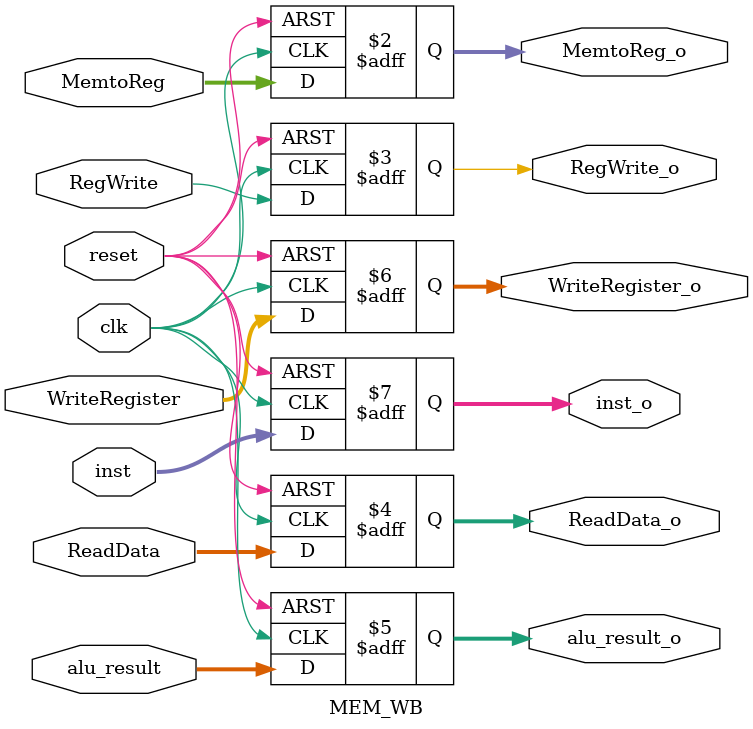
<source format=v>
module MEM_WB(
    input clk, reset,
    input [1:0] MemtoReg,  
    input RegWrite,
    input [31:0] ReadData, alu_result,
    input [4:0] WriteRegister, 
    input [31:0] inst,
    
    output reg [1:0] MemtoReg_o,  
    output reg RegWrite_o,
    output reg [31:0] ReadData_o, alu_result_o,
    output reg [4:0] WriteRegister_o, 
    output reg [31:0] inst_o
);

always @(posedge clk or posedge reset) begin
    if (reset) begin
        MemtoReg_o <= 2'b00;
        RegWrite_o <= 1'b0;
        ReadData_o <= 32'd0;
        alu_result_o <= 32'd0;
        WriteRegister_o <= 5'd0;
        inst_o <= 32'd0;
    end 
    else begin
        MemtoReg_o <= MemtoReg;
        RegWrite_o <= RegWrite;
        ReadData_o <= ReadData;
        alu_result_o <= alu_result;
        WriteRegister_o <= WriteRegister;
        inst_o <= inst;
    end
end

endmodule

</source>
